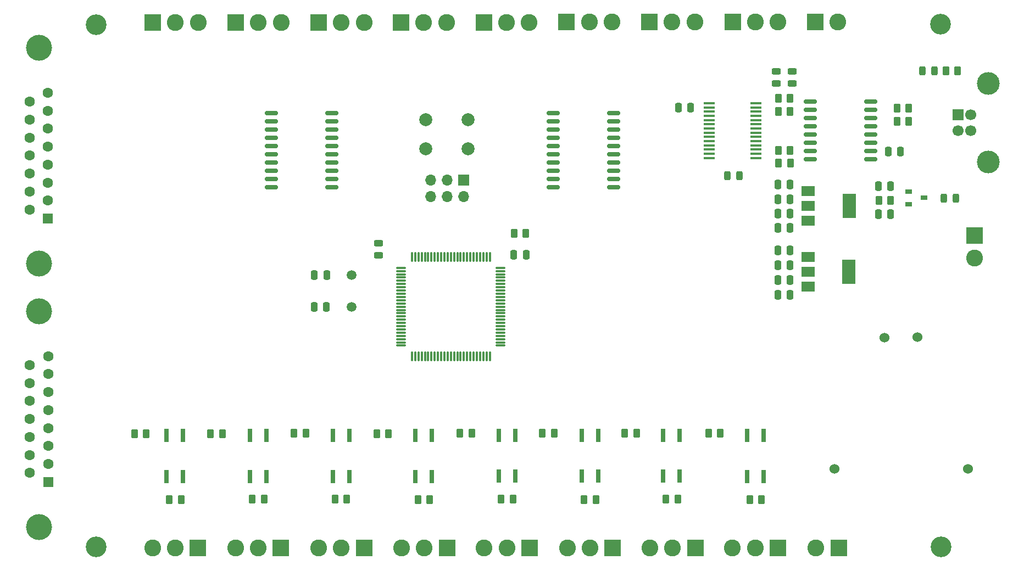
<source format=gts>
%TF.GenerationSoftware,KiCad,Pcbnew,(6.0.0)*%
%TF.CreationDate,2022-05-07T11:17:07+05:30*%
%TF.ProjectId,Motion_Control_Board2.0,4d6f7469-6f6e-45f4-936f-6e74726f6c5f,rev?*%
%TF.SameCoordinates,Original*%
%TF.FileFunction,Soldermask,Top*%
%TF.FilePolarity,Negative*%
%FSLAX46Y46*%
G04 Gerber Fmt 4.6, Leading zero omitted, Abs format (unit mm)*
G04 Created by KiCad (PCBNEW (6.0.0)) date 2022-05-07 11:17:07*
%MOMM*%
%LPD*%
G01*
G04 APERTURE LIST*
G04 Aperture macros list*
%AMRoundRect*
0 Rectangle with rounded corners*
0 $1 Rounding radius*
0 $2 $3 $4 $5 $6 $7 $8 $9 X,Y pos of 4 corners*
0 Add a 4 corners polygon primitive as box body*
4,1,4,$2,$3,$4,$5,$6,$7,$8,$9,$2,$3,0*
0 Add four circle primitives for the rounded corners*
1,1,$1+$1,$2,$3*
1,1,$1+$1,$4,$5*
1,1,$1+$1,$6,$7*
1,1,$1+$1,$8,$9*
0 Add four rect primitives between the rounded corners*
20,1,$1+$1,$2,$3,$4,$5,0*
20,1,$1+$1,$4,$5,$6,$7,0*
20,1,$1+$1,$6,$7,$8,$9,0*
20,1,$1+$1,$8,$9,$2,$3,0*%
G04 Aperture macros list end*
%ADD10RoundRect,0.250000X0.250000X0.475000X-0.250000X0.475000X-0.250000X-0.475000X0.250000X-0.475000X0*%
%ADD11RoundRect,0.243750X-0.243750X-0.456250X0.243750X-0.456250X0.243750X0.456250X-0.243750X0.456250X0*%
%ADD12R,2.600000X2.600000*%
%ADD13C,2.600000*%
%ADD14RoundRect,0.075000X-0.075000X0.662500X-0.075000X-0.662500X0.075000X-0.662500X0.075000X0.662500X0*%
%ADD15RoundRect,0.075000X-0.662500X0.075000X-0.662500X-0.075000X0.662500X-0.075000X0.662500X0.075000X0*%
%ADD16RoundRect,0.250000X-0.250000X-0.475000X0.250000X-0.475000X0.250000X0.475000X-0.250000X0.475000X0*%
%ADD17C,3.200000*%
%ADD18C,4.000000*%
%ADD19R,1.600000X1.600000*%
%ADD20C,1.600000*%
%ADD21R,0.640000X2.000000*%
%ADD22R,2.000000X1.500000*%
%ADD23R,2.000000X3.800000*%
%ADD24RoundRect,0.250000X-0.262500X-0.450000X0.262500X-0.450000X0.262500X0.450000X-0.262500X0.450000X0*%
%ADD25RoundRect,0.250000X0.262500X0.450000X-0.262500X0.450000X-0.262500X-0.450000X0.262500X-0.450000X0*%
%ADD26RoundRect,0.243750X0.456250X-0.243750X0.456250X0.243750X-0.456250X0.243750X-0.456250X-0.243750X0*%
%ADD27RoundRect,0.150000X-0.875000X-0.150000X0.875000X-0.150000X0.875000X0.150000X-0.875000X0.150000X0*%
%ADD28RoundRect,0.243750X-0.456250X0.243750X-0.456250X-0.243750X0.456250X-0.243750X0.456250X0.243750X0*%
%ADD29RoundRect,0.243750X0.243750X0.456250X-0.243750X0.456250X-0.243750X-0.456250X0.243750X-0.456250X0*%
%ADD30C,1.500000*%
%ADD31RoundRect,0.150000X0.875000X0.150000X-0.875000X0.150000X-0.875000X-0.150000X0.875000X-0.150000X0*%
%ADD32R,1.700000X1.700000*%
%ADD33C,1.700000*%
%ADD34C,3.500000*%
%ADD35O,1.700000X1.700000*%
%ADD36R,1.750000X0.450000*%
%ADD37R,1.000000X0.700000*%
%ADD38C,2.000000*%
%ADD39C,1.524000*%
G04 APERTURE END LIST*
D10*
%TO.C,C26*%
X118843099Y-109356987D03*
X116943099Y-109356987D03*
%TD*%
D11*
%TO.C,D1*%
X210648299Y-72984187D03*
X212523299Y-72984187D03*
%TD*%
D12*
%TO.C,J6*%
X124613899Y-146567987D03*
D13*
X121113899Y-146567987D03*
X117613899Y-146567987D03*
%TD*%
D14*
%TO.C,U14*%
X143999699Y-101669087D03*
X143499699Y-101669087D03*
X142999699Y-101669087D03*
X142499699Y-101669087D03*
X141999699Y-101669087D03*
X141499699Y-101669087D03*
X140999699Y-101669087D03*
X140499699Y-101669087D03*
X139999699Y-101669087D03*
X139499699Y-101669087D03*
X138999699Y-101669087D03*
X138499699Y-101669087D03*
X137999699Y-101669087D03*
X137499699Y-101669087D03*
X136999699Y-101669087D03*
X136499699Y-101669087D03*
X135999699Y-101669087D03*
X135499699Y-101669087D03*
X134999699Y-101669087D03*
X134499699Y-101669087D03*
X133999699Y-101669087D03*
X133499699Y-101669087D03*
X132999699Y-101669087D03*
X132499699Y-101669087D03*
X131999699Y-101669087D03*
D15*
X130337199Y-103331587D03*
X130337199Y-103831587D03*
X130337199Y-104331587D03*
X130337199Y-104831587D03*
X130337199Y-105331587D03*
X130337199Y-105831587D03*
X130337199Y-106331587D03*
X130337199Y-106831587D03*
X130337199Y-107331587D03*
X130337199Y-107831587D03*
X130337199Y-108331587D03*
X130337199Y-108831587D03*
X130337199Y-109331587D03*
X130337199Y-109831587D03*
X130337199Y-110331587D03*
X130337199Y-110831587D03*
X130337199Y-111331587D03*
X130337199Y-111831587D03*
X130337199Y-112331587D03*
X130337199Y-112831587D03*
X130337199Y-113331587D03*
X130337199Y-113831587D03*
X130337199Y-114331587D03*
X130337199Y-114831587D03*
X130337199Y-115331587D03*
D14*
X131999699Y-116994087D03*
X132499699Y-116994087D03*
X132999699Y-116994087D03*
X133499699Y-116994087D03*
X133999699Y-116994087D03*
X134499699Y-116994087D03*
X134999699Y-116994087D03*
X135499699Y-116994087D03*
X135999699Y-116994087D03*
X136499699Y-116994087D03*
X136999699Y-116994087D03*
X137499699Y-116994087D03*
X137999699Y-116994087D03*
X138499699Y-116994087D03*
X138999699Y-116994087D03*
X139499699Y-116994087D03*
X139999699Y-116994087D03*
X140499699Y-116994087D03*
X140999699Y-116994087D03*
X141499699Y-116994087D03*
X141999699Y-116994087D03*
X142499699Y-116994087D03*
X142999699Y-116994087D03*
X143499699Y-116994087D03*
X143999699Y-116994087D03*
D15*
X145662199Y-115331587D03*
X145662199Y-114831587D03*
X145662199Y-114331587D03*
X145662199Y-113831587D03*
X145662199Y-113331587D03*
X145662199Y-112831587D03*
X145662199Y-112331587D03*
X145662199Y-111831587D03*
X145662199Y-111331587D03*
X145662199Y-110831587D03*
X145662199Y-110331587D03*
X145662199Y-109831587D03*
X145662199Y-109331587D03*
X145662199Y-108831587D03*
X145662199Y-108331587D03*
X145662199Y-107831587D03*
X145662199Y-107331587D03*
X145662199Y-106831587D03*
X145662199Y-106331587D03*
X145662199Y-105831587D03*
X145662199Y-105331587D03*
X145662199Y-104831587D03*
X145662199Y-104331587D03*
X145662199Y-103831587D03*
X145662199Y-103331587D03*
%TD*%
D12*
%TO.C,J20*%
X175667899Y-146570187D03*
D13*
X172167899Y-146570187D03*
X168667899Y-146570187D03*
%TD*%
D16*
%TO.C,C20*%
X173031299Y-78597587D03*
X174931299Y-78597587D03*
%TD*%
D17*
%TO.C,H3*%
X83288099Y-146390187D03*
%TD*%
D18*
%TO.C,J23*%
X74488731Y-102685200D03*
X74488731Y-69385200D03*
D19*
X75908731Y-95730200D03*
D20*
X75908731Y-92960200D03*
X75908731Y-90190200D03*
X75908731Y-87420200D03*
X75908731Y-84650200D03*
X75908731Y-81880200D03*
X75908731Y-79110200D03*
X75908731Y-76340200D03*
X73068731Y-94345200D03*
X73068731Y-91575200D03*
X73068731Y-88805200D03*
X73068731Y-86035200D03*
X73068731Y-83265200D03*
X73068731Y-80495200D03*
X73068731Y-77725200D03*
%TD*%
D18*
%TO.C,J3*%
X74514131Y-143299800D03*
X74514131Y-109999800D03*
D19*
X75934131Y-136344800D03*
D20*
X75934131Y-133574800D03*
X75934131Y-130804800D03*
X75934131Y-128034800D03*
X75934131Y-125264800D03*
X75934131Y-122494800D03*
X75934131Y-119724800D03*
X75934131Y-116954800D03*
X73094131Y-134959800D03*
X73094131Y-132189800D03*
X73094131Y-129419800D03*
X73094131Y-126649800D03*
X73094131Y-123879800D03*
X73094131Y-121109800D03*
X73094131Y-118339800D03*
%TD*%
D21*
%TO.C,U10*%
X183641599Y-135493987D03*
X186181599Y-135493987D03*
X186181599Y-129193987D03*
X183641599Y-129193987D03*
%TD*%
D22*
%TO.C,U1*%
X193066099Y-91512187D03*
X193066099Y-93812187D03*
X193066099Y-96112187D03*
D23*
X199366099Y-93812187D03*
%TD*%
D24*
%TO.C,R39*%
X171148599Y-139024187D03*
X172973599Y-139024187D03*
%TD*%
D25*
%TO.C,FB1*%
X205766899Y-92897787D03*
X203941899Y-92897787D03*
%TD*%
D24*
%TO.C,R28*%
X188473299Y-79232587D03*
X190298299Y-79232587D03*
%TD*%
D26*
%TO.C,D2*%
X188164699Y-74884587D03*
X188164699Y-73009587D03*
%TD*%
D24*
%TO.C,R36*%
X100942999Y-128889587D03*
X102767999Y-128889587D03*
%TD*%
D21*
%TO.C,U5*%
X107035199Y-135493987D03*
X109575199Y-135493987D03*
X109575199Y-129193987D03*
X107035199Y-129193987D03*
%TD*%
D10*
%TO.C,C7*%
X190298299Y-92770787D03*
X188398299Y-92770787D03*
%TD*%
D27*
%TO.C,U15*%
X110360899Y-79486587D03*
X110360899Y-80756587D03*
X110360899Y-82026587D03*
X110360899Y-83296587D03*
X110360899Y-84566587D03*
X110360899Y-85836587D03*
X110360899Y-87106587D03*
X110360899Y-88376587D03*
X110360899Y-89646587D03*
X110360899Y-90916587D03*
X119660899Y-90916587D03*
X119660899Y-89646587D03*
X119660899Y-88376587D03*
X119660899Y-87106587D03*
X119660899Y-85836587D03*
X119660899Y-84566587D03*
X119660899Y-83296587D03*
X119660899Y-82026587D03*
X119660899Y-80756587D03*
X119660899Y-79486587D03*
%TD*%
D21*
%TO.C,U4*%
X119785999Y-135494387D03*
X122325999Y-135494387D03*
X122325999Y-129194387D03*
X119785999Y-129194387D03*
%TD*%
D16*
%TO.C,C31*%
X147682099Y-101305187D03*
X149582099Y-101305187D03*
%TD*%
D25*
%TO.C,R22*%
X216124800Y-72974200D03*
X214299800Y-72974200D03*
%TD*%
D24*
%TO.C,R13*%
X107394599Y-139024187D03*
X109219599Y-139024187D03*
%TD*%
D10*
%TO.C,C8*%
X190298299Y-102930787D03*
X188398299Y-102930787D03*
%TD*%
D12*
%TO.C,J4*%
X99010699Y-146567987D03*
D13*
X95510699Y-146567987D03*
X92010699Y-146567987D03*
%TD*%
D10*
%TO.C,C2*%
X190298299Y-107502787D03*
X188398299Y-107502787D03*
%TD*%
D12*
%TO.C,J19*%
X162942499Y-146570187D03*
D13*
X159442499Y-146570187D03*
X155942499Y-146570187D03*
%TD*%
D24*
%TO.C,R26*%
X188471399Y-85201587D03*
X190296399Y-85201587D03*
%TD*%
D21*
%TO.C,U8*%
X170738399Y-135443187D03*
X173278399Y-135443187D03*
X173278399Y-129143187D03*
X170738399Y-129143187D03*
%TD*%
D28*
%TO.C,D5*%
X126873000Y-99517200D03*
X126873000Y-101392200D03*
%TD*%
D24*
%TO.C,R37*%
X126571599Y-128889587D03*
X128396599Y-128889587D03*
%TD*%
D22*
%TO.C,U2*%
X193041099Y-101646787D03*
X193041099Y-103946787D03*
X193041099Y-106246787D03*
D23*
X199341099Y-103946787D03*
%TD*%
D10*
%TO.C,C1*%
X190298299Y-97139587D03*
X188398299Y-97139587D03*
%TD*%
D12*
%TO.C,J18*%
X150135699Y-146570187D03*
D13*
X146635699Y-146570187D03*
X143135699Y-146570187D03*
%TD*%
D29*
%TO.C,D4*%
X182449699Y-89163987D03*
X180574699Y-89163987D03*
%TD*%
D21*
%TO.C,U6*%
X132536799Y-135494387D03*
X135076799Y-135494387D03*
X135076799Y-129194387D03*
X132536799Y-129194387D03*
%TD*%
D30*
%TO.C,Y1*%
X122729299Y-109368587D03*
X122729299Y-104488587D03*
%TD*%
D16*
%TO.C,C13*%
X205416299Y-85430187D03*
X207316299Y-85430187D03*
%TD*%
D12*
%TO.C,J16*%
X181419437Y-65414456D03*
D13*
X184919437Y-65414456D03*
X188419437Y-65414456D03*
%TD*%
D31*
%TO.C,U12*%
X202669899Y-86547787D03*
X202669899Y-85277787D03*
X202669899Y-84007787D03*
X202669899Y-82737787D03*
X202669899Y-81467787D03*
X202669899Y-80197787D03*
X202669899Y-78927787D03*
X202669899Y-77657787D03*
X193369899Y-77657787D03*
X193369899Y-78927787D03*
X193369899Y-80197787D03*
X193369899Y-81467787D03*
X193369899Y-82737787D03*
X193369899Y-84007787D03*
X193369899Y-85277787D03*
X193369899Y-86547787D03*
%TD*%
D24*
%TO.C,R25*%
X188484437Y-87182256D03*
X190309437Y-87182256D03*
%TD*%
%TO.C,R41*%
X184051799Y-139049587D03*
X185876799Y-139049587D03*
%TD*%
%TO.C,R38*%
X89235499Y-128889587D03*
X91060499Y-128889587D03*
%TD*%
D12*
%TO.C,J10*%
X92042037Y-65467456D03*
D13*
X95542037Y-65467456D03*
X99042037Y-65467456D03*
%TD*%
D24*
%TO.C,R16*%
X113846199Y-128864187D03*
X115671199Y-128864187D03*
%TD*%
%TO.C,R27*%
X188473299Y-77225987D03*
X190298299Y-77225987D03*
%TD*%
D26*
%TO.C,D3*%
X190603099Y-74909987D03*
X190603099Y-73034987D03*
%TD*%
D12*
%TO.C,J13*%
X143065437Y-65465256D03*
D13*
X146565437Y-65465256D03*
X150065437Y-65465256D03*
%TD*%
D12*
%TO.C,J5*%
X111812299Y-146567987D03*
D13*
X108312299Y-146567987D03*
X104812299Y-146567987D03*
%TD*%
D24*
%TO.C,R44*%
X152082437Y-128838256D03*
X153907437Y-128838256D03*
%TD*%
D32*
%TO.C,J7*%
X216156599Y-79709787D03*
D33*
X216156599Y-82209787D03*
X218156599Y-82209787D03*
X218156599Y-79709787D03*
D34*
X220866599Y-74939787D03*
X220866599Y-86979787D03*
%TD*%
D24*
%TO.C,R12*%
X120145399Y-138998787D03*
X121970399Y-138998787D03*
%TD*%
D27*
%TO.C,U16*%
X153744099Y-79461187D03*
X153744099Y-80731187D03*
X153744099Y-82001187D03*
X153744099Y-83271187D03*
X153744099Y-84541187D03*
X153744099Y-85811187D03*
X153744099Y-87081187D03*
X153744099Y-88351187D03*
X153744099Y-89621187D03*
X153744099Y-90891187D03*
X163044099Y-90891187D03*
X163044099Y-89621187D03*
X163044099Y-88351187D03*
X163044099Y-87081187D03*
X163044099Y-85811187D03*
X163044099Y-84541187D03*
X163044099Y-83271187D03*
X163044099Y-82001187D03*
X163044099Y-80731187D03*
X163044099Y-79461187D03*
%TD*%
D24*
%TO.C,R46*%
X139398599Y-128864187D03*
X141223599Y-128864187D03*
%TD*%
%TO.C,R45*%
X177699899Y-128864187D03*
X179524899Y-128864187D03*
%TD*%
D10*
%TO.C,C11*%
X190298299Y-90510187D03*
X188398299Y-90510187D03*
%TD*%
%TO.C,C28*%
X118848099Y-104480187D03*
X116948099Y-104480187D03*
%TD*%
%TO.C,C4*%
X190298299Y-94955187D03*
X188398299Y-94955187D03*
%TD*%
D24*
%TO.C,R20*%
X206761299Y-78749987D03*
X208586299Y-78749987D03*
%TD*%
D12*
%TO.C,J2*%
X218720899Y-98338587D03*
D13*
X218720899Y-101838587D03*
%TD*%
D29*
%TO.C,F1*%
X215825299Y-92592987D03*
X213950299Y-92592987D03*
%TD*%
D12*
%TO.C,J1*%
X194144837Y-65414456D03*
D13*
X197644837Y-65414456D03*
%TD*%
D32*
%TO.C,J8*%
X140006299Y-89798987D03*
D35*
X140006299Y-92338987D03*
X137466299Y-89798987D03*
X137466299Y-92338987D03*
X134926299Y-89798987D03*
X134926299Y-92338987D03*
%TD*%
D12*
%TO.C,J17*%
X137395299Y-146570187D03*
D13*
X133895299Y-146570187D03*
X130395299Y-146570187D03*
%TD*%
D10*
%TO.C,C12*%
X190293299Y-100644787D03*
X188393299Y-100644787D03*
%TD*%
D25*
%TO.C,FB2*%
X149556699Y-98003187D03*
X147731699Y-98003187D03*
%TD*%
D21*
%TO.C,U7*%
X94157399Y-135493587D03*
X96697399Y-135493587D03*
X96697399Y-129193587D03*
X94157399Y-129193587D03*
%TD*%
D24*
%TO.C,R14*%
X132921599Y-139049587D03*
X134746599Y-139049587D03*
%TD*%
D12*
%TO.C,J9*%
X130325037Y-65465256D03*
D13*
X133825037Y-65465256D03*
X137325037Y-65465256D03*
%TD*%
D24*
%TO.C,R40*%
X158550199Y-139049587D03*
X160375199Y-139049587D03*
%TD*%
%TO.C,R21*%
X206761299Y-80731187D03*
X208586299Y-80731187D03*
%TD*%
D10*
%TO.C,C5*%
X190298299Y-105216787D03*
X188398299Y-105216787D03*
%TD*%
D36*
%TO.C,U13*%
X177808299Y-77953987D03*
X177808299Y-78603987D03*
X177808299Y-79253987D03*
X177808299Y-79903987D03*
X177808299Y-80553987D03*
X177808299Y-81203987D03*
X177808299Y-81853987D03*
X177808299Y-82503987D03*
X177808299Y-83153987D03*
X177808299Y-83803987D03*
X177808299Y-84453987D03*
X177808299Y-85103987D03*
X177808299Y-85753987D03*
X177808299Y-86403987D03*
X185008299Y-86403987D03*
X185008299Y-85753987D03*
X185008299Y-85103987D03*
X185008299Y-84453987D03*
X185008299Y-83803987D03*
X185008299Y-83153987D03*
X185008299Y-82503987D03*
X185008299Y-81853987D03*
X185008299Y-81203987D03*
X185008299Y-80553987D03*
X185008299Y-79903987D03*
X185008299Y-79253987D03*
X185008299Y-78603987D03*
X185008299Y-77953987D03*
%TD*%
D24*
%TO.C,R15*%
X94592999Y-139049587D03*
X96417999Y-139049587D03*
%TD*%
%TO.C,R43*%
X164786237Y-128863656D03*
X166611237Y-128863656D03*
%TD*%
D12*
%TO.C,J14*%
X155835699Y-65439856D03*
D13*
X159335699Y-65439856D03*
X162835699Y-65439856D03*
%TD*%
D12*
%TO.C,J21*%
X188393299Y-146567987D03*
D13*
X184893299Y-146567987D03*
X181393299Y-146567987D03*
%TD*%
D16*
%TO.C,C6*%
X203892299Y-90713387D03*
X205792299Y-90713387D03*
%TD*%
D37*
%TO.C,Q1*%
X208529299Y-91592187D03*
X208529299Y-93492187D03*
X210929299Y-92542187D03*
%TD*%
D16*
%TO.C,C9*%
X203892299Y-95082187D03*
X205792299Y-95082187D03*
%TD*%
D12*
%TO.C,J12*%
X117619837Y-65467456D03*
D13*
X121119837Y-65467456D03*
X124619837Y-65467456D03*
%TD*%
D21*
%TO.C,U11*%
X145363799Y-135468587D03*
X147903799Y-135468587D03*
X147903799Y-129168587D03*
X145363799Y-129168587D03*
%TD*%
D17*
%TO.C,H1*%
X83288099Y-65821387D03*
%TD*%
D12*
%TO.C,J22*%
X197760699Y-146567987D03*
D13*
X194260699Y-146567987D03*
%TD*%
D38*
%TO.C,SW1*%
X134114699Y-80513187D03*
X140614699Y-80513187D03*
X134114699Y-85013187D03*
X140614699Y-85013187D03*
%TD*%
D12*
%TO.C,J11*%
X104818237Y-65465256D03*
D13*
X108318237Y-65465256D03*
X111818237Y-65465256D03*
%TD*%
D17*
%TO.C,H2*%
X213488499Y-65795987D03*
%TD*%
D39*
%TO.C,U3*%
X209932499Y-114055987D03*
X204852499Y-114081387D03*
X217654099Y-134350587D03*
X197105499Y-134350587D03*
%TD*%
D12*
%TO.C,J15*%
X168597637Y-65439856D03*
D13*
X172097637Y-65439856D03*
X175597637Y-65439856D03*
%TD*%
D17*
%TO.C,H4*%
X213513899Y-146364787D03*
%TD*%
D21*
%TO.C,U9*%
X158190799Y-135468587D03*
X160730799Y-135468587D03*
X160730799Y-129168587D03*
X158190799Y-129168587D03*
%TD*%
D24*
%TO.C,R42*%
X145723199Y-139024187D03*
X147548199Y-139024187D03*
%TD*%
M02*

</source>
